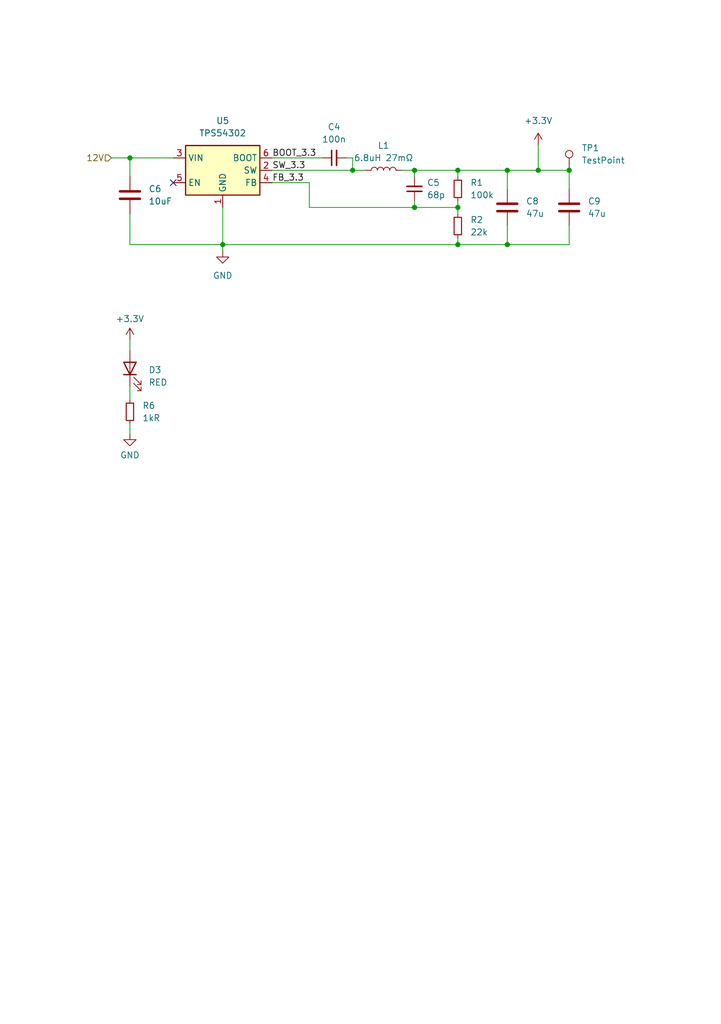
<source format=kicad_sch>
(kicad_sch (version 20230121) (generator eeschema)
  (paper "A5" portrait)
  (title_block (title "Power distribution module") (date "2023-07-18") (company "Raphael Peters"))
  (lib_symbols
    (symbol "Connector:TestPoint" (pin_numbers hide) (pin_names (offset 0.762) hide)
      (property "Reference" "TP" (at 0 6.858 0))
      (property "Value" "TestPoint" (at 0 5.08 0))
      (symbol "TestPoint_0_1"
        (circle (center 0 3.302) (radius 0.762))
      )
      (symbol "TestPoint_1_1"
        (pin passive line (at 0 0 90) (length 2.54) (name "1") (number "1"))
      )
    )
    (symbol "Device:C" (pin_numbers hide) (pin_names (offset 0.254))
      (property "Reference" "C" (at 0.635 2.54 0))
      (property "Value" "C" (at 0.635 -2.54 0))
      (symbol "C_0_1"
        (polyline (pts (xy -2.032 -0.762) (xy 2.032 -0.762)) (stroke (width 0.508)))
        (polyline (pts (xy -2.032 0.762) (xy 2.032 0.762)) (stroke (width 0.508)))
      )
      (symbol "C_1_1"
        (pin passive line (at 0 3.81 270) (length 2.794) (name "~") (number "1"))
        (pin passive line (at 0 -3.81 90) (length 2.794) (name "~") (number "2"))
      )
    )
    (symbol "Device:C_Small" (pin_numbers hide) (pin_names (offset 0.254) hide)
      (property "Reference" "C" (at 0.254 1.778 0))
      (property "Value" "C_Small" (at 0.254 -2.032 0))
      (symbol "C_Small_0_1"
        (polyline (pts (xy -1.524 -0.508) (xy 1.524 -0.508)) (stroke (width 0.3302)))
        (polyline (pts (xy -1.524 0.508) (xy 1.524 0.508)) (stroke (width 0.3048)))
      )
      (symbol "C_Small_1_1"
        (pin passive line (at 0 2.54 270) (length 2.032) (name "~") (number "1"))
        (pin passive line (at 0 -2.54 90) (length 2.032) (name "~") (number "2"))
      )
    )
    (symbol "Device:L" (pin_numbers hide) (pin_names (offset 1.016) hide)
      (property "Reference" "L" (at -1.27 0 90))
      (property "Value" "L" (at 1.905 0 90))
      (symbol "L_0_1"
        (arc (start 0 -2.54) (mid 0.6323 -1.905) (end 0 -1.27))
        (arc (start 0 -1.27) (mid 0.6323 -0.635) (end 0 0))
        (arc (start 0 0) (mid 0.6323 0.635) (end 0 1.27))
        (arc (start 0 1.27) (mid 0.6323 1.905) (end 0 2.54))
      )
      (symbol "L_1_1"
        (pin passive line (at 0 3.81 270) (length 1.27) (name "1") (number "1"))
        (pin passive line (at 0 -3.81 90) (length 1.27) (name "2") (number "2"))
      )
    )
    (symbol "Device:LED" (pin_numbers hide) (pin_names (offset 1.016) hide)
      (property "Reference" "D" (at 0 2.54 0))
      (property "Value" "LED" (at 0 -2.54 0))
      (symbol "LED_0_1"
        (polyline (pts (xy -1.27 -1.27) (xy -1.27 1.27)) (stroke (width 0.254)))
        (polyline (pts (xy -1.27 0) (xy 1.27 0)))
        (polyline (pts (xy 1.27 -1.27) (xy 1.27 1.27) (xy -1.27 0) (xy 1.27 -1.27)) (stroke (width 0.254)))
        (polyline (pts (xy -3.048 -0.762) (xy -4.572 -2.286) (xy -3.81 -2.286) (xy -4.572 -2.286) (xy -4.572 -1.524)))
        (polyline (pts (xy -1.778 -0.762) (xy -3.302 -2.286) (xy -2.54 -2.286) (xy -3.302 -2.286) (xy -3.302 -1.524)))
      )
      (symbol "LED_1_1"
        (pin passive line (at -3.81 0 0) (length 2.54) (name "K") (number "1"))
        (pin passive line (at 3.81 0 180) (length 2.54) (name "A") (number "2"))
      )
    )
    (symbol "Device:R_Small" (pin_numbers hide) (pin_names (offset 0.254) hide)
      (property "Reference" "R" (at 0.762 0.508 0))
      (property "Value" "R_Small" (at 0.762 -1.016 0))
      (symbol "R_Small_0_1"
        (rectangle (start -0.762 1.778) (end 0.762 -1.778) (stroke (width 0.2032)))
      )
      (symbol "R_Small_1_1"
        (pin passive line (at 0 2.54 270) (length 0.762) (name "~") (number "1"))
        (pin passive line (at 0 -2.54 90) (length 0.762) (name "~") (number "2"))
      )
    )
    (symbol "Regulator_Switching:TPS54302"
      (property "Reference" "U" (at -7.62 6.35 0))
      (property "Value" "TPS54302" (at 0 6.35 0))
      (symbol "TPS54302_0_1"
        (rectangle (start -7.62 5.08) (end 7.62 -5.08) (stroke (width 0.254)) (fill (type background)))
      )
      (symbol "TPS54302_1_1"
        (pin power_in line (at 0 -7.62 90) (length 2.54) (name "GND") (number "1"))
        (pin power_out line (at 10.16 0 180) (length 2.54) (name "SW") (number "2"))
        (pin power_in line (at -10.16 2.54 0) (length 2.54) (name "VIN") (number "3"))
        (pin input line (at 10.16 -2.54 180) (length 2.54) (name "FB") (number "4"))
        (pin input line (at -10.16 -2.54 0) (length 2.54) (name "EN") (number "5"))
        (pin passive line (at 10.16 2.54 180) (length 2.54) (name "BOOT") (number "6"))
      )
    )
    (symbol "power:+3.3V" (power) (pin_names (offset 0))
      (property "Value" "+3.3V" (at 0 3.556 0))
      (symbol "+3.3V_0_1"
        (polyline (pts (xy -0.762 1.27) (xy 0 2.54)))
        (polyline (pts (xy 0 0) (xy 0 2.54)))
        (polyline (pts (xy 0 2.54) (xy 0.762 1.27)))
      )
      (symbol "+3.3V_1_1"
        (pin power_in line (at 0 0 90) (length 0) hide (name "+3.3V") (number "1"))
      )
    )
    (symbol "power:GND" (power) (pin_names (offset 0))
      (property "Value" "GND" (at 0 -3.81 0))
      (symbol "GND_0_1"
        (polyline (pts (xy 0 0) (xy 0 -1.27) (xy 1.27 -1.27) (xy 0 -2.54) (xy -1.27 -1.27) (xy 0 -1.27)))
      )
      (symbol "GND_1_1"
        (pin power_in line (at 0 0 270) (length 0) hide (name "GND") (number "1"))
      )
    )
  )
  (junction (at 116.84 34.925))
  (junction (at 93.98 34.925))
  (junction (at 93.98 50.165))
  (junction (at 93.98 42.545))
  (junction (at 104.14 34.925))
  (junction (at 72.39 34.925))
  (junction (at 85.09 34.925))
  (junction (at 26.67 32.385))
  (junction (at 104.14 50.165))
  (junction (at 45.72 50.165))
  (junction (at 110.49 34.925))
  (junction (at 85.09 42.545))
  (no_connect (at 35.56 37.465))
  (wire (pts (xy 93.98 34.925) (xy 104.14 34.925)))
  (wire (pts (xy 66.04 32.385) (xy 55.88 32.385)))
  (wire (pts (xy 72.39 32.385) (xy 71.12 32.385)))
  (wire (pts (xy 26.67 86.995) (xy 26.67 88.9)))
  (wire (pts (xy 55.88 37.465) (xy 63.5 37.465)))
  (wire (pts (xy 104.14 46.355) (xy 104.14 50.165)))
  (wire (pts (xy 93.98 50.165) (xy 104.14 50.165)))
  (wire (pts (xy 82.55 34.925) (xy 85.09 34.925)))
  (wire (pts (xy 72.39 32.385) (xy 72.39 34.925)))
  (wire (pts (xy 26.67 43.815) (xy 26.67 50.165)))
  (wire (pts (xy 72.39 34.925) (xy 74.93 34.925)))
  (wire (pts (xy 104.14 34.925) (xy 110.49 34.925)))
  (wire (pts (xy 110.49 29.845) (xy 110.49 34.925)))
  (wire (pts (xy 116.84 34.925) (xy 116.84 38.735)))
  (wire (pts (xy 104.14 50.165) (xy 116.84 50.165)))
  (wire (pts (xy 85.09 42.545) (xy 85.09 41.275)))
  (wire (pts (xy 63.5 42.545) (xy 85.09 42.545)))
  (wire (pts (xy 26.67 69.85) (xy 26.67 71.755)))
  (wire (pts (xy 85.09 42.545) (xy 93.98 42.545)))
  (wire (pts (xy 63.5 37.465) (xy 63.5 42.545)))
  (wire (pts (xy 93.98 36.195) (xy 93.98 34.925)))
  (wire (pts (xy 26.67 36.195) (xy 26.67 32.385)))
  (wire (pts (xy 55.88 34.925) (xy 72.39 34.925)))
  (wire (pts (xy 45.72 51.435) (xy 45.72 50.165)))
  (wire (pts (xy 93.98 43.815) (xy 93.98 42.545)))
  (wire (pts (xy 26.67 79.375) (xy 26.67 81.915)))
  (wire (pts (xy 116.84 50.165) (xy 116.84 46.355)))
  (wire (pts (xy 85.09 36.195) (xy 85.09 34.925)))
  (wire (pts (xy 93.98 48.895) (xy 93.98 50.165)))
  (wire (pts (xy 93.98 42.545) (xy 93.98 41.275)))
  (wire (pts (xy 116.84 34.925) (xy 110.49 34.925)))
  (wire (pts (xy 104.14 34.925) (xy 104.14 38.735)))
  (wire (pts (xy 26.67 50.165) (xy 45.72 50.165)))
  (wire (pts (xy 85.09 34.925) (xy 93.98 34.925)))
  (wire (pts (xy 45.72 50.165) (xy 93.98 50.165)))
  (wire (pts (xy 26.67 32.385) (xy 35.56 32.385)))
  (wire (pts (xy 22.86 32.385) (xy 26.67 32.385)))
  (wire (pts (xy 45.72 50.165) (xy 45.72 42.545)))
  (label "FB_3.3" (at 55.88 37.465 0))
  (label "BOOT_3.3" (at 55.88 32.385 0))
  (label "SW_3.3" (at 55.88 34.925 0))
  (hierarchical_label "12V" (shape input) (at 22.86 32.385 180))
  (symbol (lib_id "power:GND") (at 26.67 88.9 0) (unit 1)
    (property "Reference" "#PWR078" (effects hide))
    (property "Value" "GND" (at 26.67 93.345 0))
  )
  (symbol (lib_id "Device:C_Small") (at 68.58 32.385 90) (unit 1)
    (property "Reference" "C4" (at 68.5863 26.035 90))
    (property "Value" "100n" (at 68.5863 28.575 90))
    (property "Footprint" "Capacitor_SMD:C_0603_1608Metric" (effects hide))
    (property "LCSC" "C14663" (effects hide))
  )
  (symbol (lib_id "Device:R_Small") (at 26.67 84.455 0) (unit 1)
    (property "Reference" "R6" (at 29.21 83.185 0) (effects (justify left)))
    (property "Value" "1kR" (at 29.21 85.725 0) (effects (justify left)))
    (property "Footprint" "Resistor_SMD:R_0402_1005Metric" (effects hide))
    (property "LCSC" "C11702" (effects hide))
    (instances (project "buslight" (path "" (reference "R6") (unit 1)) (path "" (reference "R3") (unit 1))))
  )
  (symbol (lib_id "Device:R_Small") (at 93.98 38.735 0) (unit 1)
    (property "Reference" "R1" (at 96.52 37.465 0) (effects (justify left)))
    (property "Value" "100k" (at 96.52 40.005 0) (effects (justify left)))
    (property "Footprint" "Resistor_SMD:R_0603_1608Metric" (effects hide))
    (property "LCSC" "C25803" (effects hide))
  )
  (symbol (lib_id "Device:C") (at 26.67 40.005 0) (unit 1)
    (property "Reference" "C6" (at 30.48 38.735 0) (effects (justify left)))
    (property "Value" "10uF" (at 30.48 41.275 0) (effects (justify left)))
    (property "Footprint" "Capacitor_SMD:C_1206_3216Metric" (effects hide))
    (property "LCSC" "C13585" (effects hide))
  )
  (symbol (lib_id "Connector:TestPoint") (at 116.84 34.925 0) (unit 1)
    (property "Reference" "TP1" (at 119.38 30.353 0) (effects (justify left)))
    (property "Value" "TestPoint" (at 119.38 32.893 0) (effects (justify left)))
    (property "Footprint" "TestPoint:TestPoint_Pad_2.0x2.0mm" (effects hide))
  )
  (symbol (lib_id "Device:C") (at 104.14 42.545 0) (unit 1)
    (property "Reference" "C8" (at 107.95 41.275 0) (effects (justify left)))
    (property "Value" "47u" (at 107.95 43.815 0) (effects (justify left)))
    (property "Footprint" "Capacitor_SMD:C_0805_2012Metric" (effects hide))
    (property "LCSC" "C16780" (effects hide))
  )
  (symbol (lib_id "power:GND") (at 45.72 51.435 0) (unit 1)
    (property "Reference" "#PWR09" (effects hide))
    (property "Value" "GND" (at 45.72 56.515 0))
  )
  (symbol (lib_id "power:+3.3V") (at 26.67 69.85 0) (unit 1)
    (property "Reference" "#PWR077" (effects hide))
    (property "Value" "+3.3V" (at 26.67 65.405 0))
  )
  (symbol (lib_id "Regulator_Switching:TPS54302") (at 45.72 34.925 0) (unit 1)
    (property "Reference" "U5" (at 45.72 24.765 0))
    (property "Value" "TPS54302" (at 45.72 27.305 0))
    (property "Footprint" "Package_TO_SOT_SMD:SOT-23-6" (effects hide))
    (property "Datasheet" "http://www.ti.com/lit/ds/symlink/tps54302.pdf" (effects hide))
    (property "LCSC" "C311983" (effects hide))
  )
  (symbol (lib_id "Device:L") (at 78.74 34.925 90) (unit 1)
    (property "Reference" "L1" (at 78.74 29.845 90))
    (property "Value" "6.8uH 27mΩ" (at 78.74 32.385 90))
    (property "Footprint" "Inductor_SMD:L_7.3x7.3_H4.5" (effects hide))
    (property "LCSC" "C115947" (effects hide))
  )
  (symbol (lib_id "Device:R_Small") (at 93.98 46.355 0) (unit 1)
    (property "Reference" "R2" (at 96.52 45.085 0) (effects (justify left)))
    (property "Value" "22k" (at 96.52 47.625 0) (effects (justify left)))
    (property "Footprint" "Resistor_SMD:R_0603_1608Metric" (effects hide))
    (property "LCSC" "C31850" (effects hide))
  )
  (symbol (lib_id "Device:C") (at 116.84 42.545 0) (unit 1)
    (property "Reference" "C9" (at 120.65 41.275 0) (effects (justify left)))
    (property "Value" "47u" (at 120.65 43.815 0) (effects (justify left)))
    (property "Footprint" "Capacitor_SMD:C_0805_2012Metric" (effects hide))
    (property "LCSC" "C16780" (effects hide))
  )
  (symbol (lib_id "Device:C_Small") (at 85.09 38.735 180) (unit 1)
    (property "Reference" "C5" (at 87.63 37.4586 0) (effects (justify right)))
    (property "Value" "68p" (at 87.63 39.9986 0) (effects (justify right)))
    (property "Footprint" "Capacitor_SMD:C_0603_1608Metric" (effects hide))
    (property "LCSC" "C28262" (effects hide))
  )
  (symbol (lib_id "Device:LED") (at 26.67 75.565 90) (unit 1)
    (property "Reference" "D3" (at 30.48 75.8825 90) (effects (justify right)))
    (property "Value" "RED" (at 30.48 78.4225 90) (effects (justify right)))
    (property "Footprint" "LED_SMD:LED_0603_1608Metric" (effects hide))
    (property "LCSC" "C2286" (effects hide))
    (instances (project "buslight" (path "" (reference "D3") (unit 1)) (path "" (reference "D9") (unit 1))))
  )
  (symbol (lib_id "power:+3.3V") (at 110.49 29.845 0) (unit 1)
    (property "Reference" "#PWR06" (effects hide))
    (property "Value" "+3.3V" (at 110.49 24.765 0))
  )
)
</source>
